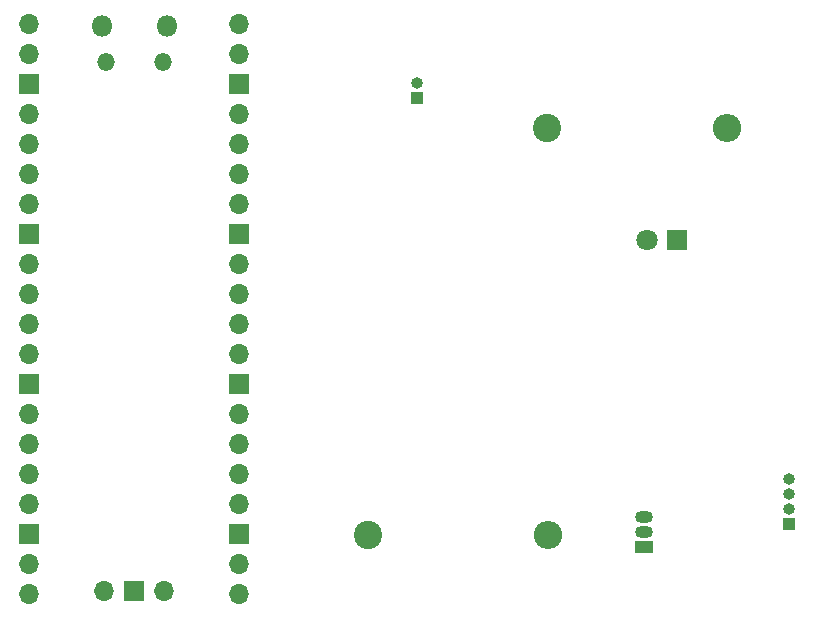
<source format=gbr>
%TF.GenerationSoftware,KiCad,Pcbnew,8.0.0*%
%TF.CreationDate,2024-03-31T23:04:22-03:00*%
%TF.ProjectId,pcb-atividade,7063622d-6174-4697-9669-646164652e6b,rev?*%
%TF.SameCoordinates,Original*%
%TF.FileFunction,Soldermask,Bot*%
%TF.FilePolarity,Negative*%
%FSLAX46Y46*%
G04 Gerber Fmt 4.6, Leading zero omitted, Abs format (unit mm)*
G04 Created by KiCad (PCBNEW 8.0.0) date 2024-03-31 23:04:22*
%MOMM*%
%LPD*%
G01*
G04 APERTURE LIST*
%ADD10C,2.400000*%
%ADD11O,2.400000X2.400000*%
%ADD12O,1.800000X1.800000*%
%ADD13O,1.500000X1.500000*%
%ADD14O,1.700000X1.700000*%
%ADD15R,1.700000X1.700000*%
%ADD16R,1.500000X1.050000*%
%ADD17O,1.500000X1.050000*%
%ADD18R,1.000000X1.000000*%
%ADD19O,1.000000X1.000000*%
%ADD20R,1.800000X1.800000*%
%ADD21C,1.800000*%
G04 APERTURE END LIST*
D10*
%TO.C,R1*%
X126000000Y-59000000D03*
D11*
X141240000Y-59000000D03*
%TD*%
D10*
%TO.C,R2*%
X110880000Y-93500000D03*
D11*
X126120000Y-93500000D03*
%TD*%
D12*
%TO.C,U1*%
X88385000Y-50370000D03*
D13*
X88685000Y-53400000D03*
X93535000Y-53400000D03*
D12*
X93835000Y-50370000D03*
D14*
X82220000Y-50240000D03*
X82220000Y-52780000D03*
D15*
X82220000Y-55320000D03*
D14*
X82220000Y-57860000D03*
X82220000Y-60400000D03*
X82220000Y-62940000D03*
X82220000Y-65480000D03*
D15*
X82220000Y-68020000D03*
D14*
X82220000Y-70560000D03*
X82220000Y-73100000D03*
X82220000Y-75640000D03*
X82220000Y-78180000D03*
D15*
X82220000Y-80720000D03*
D14*
X82220000Y-83260000D03*
X82220000Y-85800000D03*
X82220000Y-88340000D03*
X82220000Y-90880000D03*
D15*
X82220000Y-93420000D03*
D14*
X82220000Y-95960000D03*
X82220000Y-98500000D03*
X100000000Y-98500000D03*
X100000000Y-95960000D03*
D15*
X100000000Y-93420000D03*
D14*
X100000000Y-90880000D03*
X100000000Y-88340000D03*
X100000000Y-85800000D03*
X100000000Y-83260000D03*
D15*
X100000000Y-80720000D03*
D14*
X100000000Y-78180000D03*
X100000000Y-75640000D03*
X100000000Y-73100000D03*
X100000000Y-70560000D03*
D15*
X100000000Y-68020000D03*
D14*
X100000000Y-65480000D03*
X100000000Y-62940000D03*
X100000000Y-60400000D03*
X100000000Y-57860000D03*
D15*
X100000000Y-55320000D03*
D14*
X100000000Y-52780000D03*
X100000000Y-50240000D03*
X88570000Y-98270000D03*
D15*
X91110000Y-98270000D03*
D14*
X93650000Y-98270000D03*
%TD*%
D16*
%TO.C,Q1*%
X134275000Y-94500000D03*
D17*
X134275000Y-93230000D03*
X134275000Y-91960000D03*
%TD*%
D18*
%TO.C,J3*%
X146500000Y-92530000D03*
D19*
X146500000Y-91260000D03*
X146500000Y-89990000D03*
X146500000Y-88720000D03*
%TD*%
D18*
%TO.C,J1*%
X115000000Y-56500000D03*
D19*
X115000000Y-55230000D03*
%TD*%
D20*
%TO.C,D1*%
X137040000Y-68500000D03*
D21*
X134500000Y-68500000D03*
%TD*%
M02*

</source>
